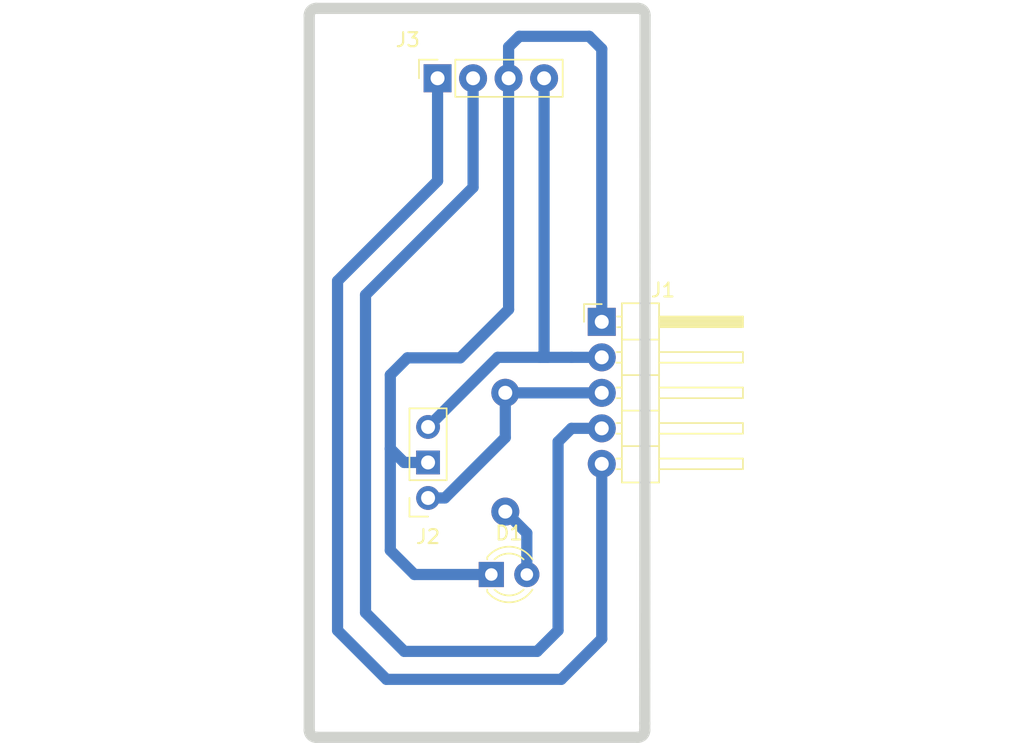
<source format=kicad_pcb>
(kicad_pcb (version 20240108) (generator "pcbnew") (generator_version "8.0")
  (layers (0 "F.Cu" signal) (31 "B.Cu" signal) (34 "B.Paste" user) (35 "F.Paste" user) (36 "B.SilkS" user "B.Silkscreen") (37 "F.SilkS" user "F.Silkscreen") (38 "B.Mask" user) (39 "F.Mask" user) (44 "Edge.Cuts" user))
  (net 0 "")
  (net 1 "/debug")
  (net 2 "/Ground")
  (net 3 "/3V")
  (net 4 "/dcf77Enable")
  (net 5 "/dcf77Data")
  (footprint "Connector_PinSocket_2.54mm:PinSocket_1x03_P2.54mm_Vertical" (layer "F.Cu") (at 108.975 83.025 180)
    (property "Reference" "J2" (at 0 -2.77 180) (layer "F.SilkS"))
    (property "Value" "extern power")
    (fp_line (start 1.33 1.27) (end 1.33 6.41) (stroke (width 0.12)) (layer "F.SilkS"))
    (fp_line (start 1.33 -1.33) (end 1.33 0) (stroke (width 0.12)) (layer "F.SilkS"))
    (fp_line (start 0 -1.33) (end 1.33 -1.33) (stroke (width 0.12)) (layer "F.SilkS"))
    (fp_line (start -1.33 6.41) (end 1.33 6.41) (stroke (width 0.12)) (layer "F.SilkS"))
    (fp_line (start -1.33 1.27) (end 1.33 1.27) (stroke (width 0.12)) (layer "F.SilkS"))
    (fp_line (start -1.33 1.27) (end -1.33 6.41) (stroke (width 0.12)) (layer "F.SilkS"))
    (pad "1" thru_hole circle (at 0 0 180) (size 1.7 1.7) (drill 1) (layers "*.Cu" "*.Mask") (net 1 "/debug"))
    (pad "2" thru_hole rect (at 0 2.54 180) (size 1.7 1.7) (drill 1) (layers "*.Cu" "*.Mask") (net 2 "/Ground"))
    (pad "3" thru_hole oval (at 0 5.08 180) (size 1.7 1.7) (drill 1) (layers "*.Cu" "*.Mask") (net 3 "/3V"))
  )
  (footprint "" (layer "F.Cu") (at 114.5 75.5 90)
    (property "Reference" "" (at 0 0 90) (layer "F.SilkS") (effects (font (size 1.27 1.27))))
    (property "Value" "")
    (pad "3" thru_hole oval (at 0 0 90) (size 2 2) (drill 1) (layers "*.Cu" "*.Mask") (net 1 "/debug"))
  )
  (footprint "Connector_PinSocket_2.54mm:PinSocket_1x04_P2.54mm_Vertical" (layer "F.Cu") (at 109.655 53 90)
    (property "Reference" "J3" (at 2.75 -2.13 0) (layer "F.SilkS"))
    (property "Value" "Connector to which the DCF77 gets solderd on")
    (fp_line (start 1.33 -1.33) (end 1.33 0) (stroke (width 0.12)) (layer "F.SilkS"))
    (fp_line (start 0 -1.33) (end 1.33 -1.33) (stroke (width 0.12)) (layer "F.SilkS"))
    (fp_line (start 1.33 1.27) (end 1.33 8.95) (stroke (width 0.12)) (layer "F.SilkS"))
    (fp_line (start -1.33 1.27) (end 1.33 1.27) (stroke (width 0.12)) (layer "F.SilkS"))
    (fp_line (start -1.33 1.27) (end -1.33 8.95) (stroke (width 0.12)) (layer "F.SilkS"))
    (fp_line (start -1.33 8.95) (end 1.33 8.95) (stroke (width 0.12)) (layer "F.SilkS"))
    (pad "1" thru_hole rect (at 0 0 90) (size 2 2) (drill 1) (layers "*.Cu" "*.Mask") (net 4 "/dcf77Enable"))
    (pad "2" thru_hole oval (at 0 2.54 90) (size 2 2) (drill 1) (layers "*.Cu" "*.Mask") (net 5 "/dcf77Data"))
    (pad "3" thru_hole oval (at 0 5.08 90) (size 2 2) (drill 1) (layers "*.Cu" "*.Mask") (net 2 "/Ground"))
    (pad "4" thru_hole oval (at 0 7.62 90) (size 2 2) (drill 1) (layers "*.Cu" "*.Mask") (net 3 "/3V"))
  )
  (footprint "LED_THT:LED_D3.0mm" (layer "F.Cu") (at 113.5 88.5)
    (property "Reference" "D1" (at 1.27 -2.96 0) (layer "F.SilkS"))
    (property "Value" "LED")
    (fp_line (start -0.29 -1.236) (end -0.29 -1.08) (stroke (width 0.12)) (layer "F.SilkS"))
    (fp_line (start -0.29 1.08) (end -0.29 1.236) (stroke (width 0.12)) (layer "F.SilkS"))
    (fp_arc (start -0.29 -1.235516) (mid 1.366487 -1.987659) (end 2.942335 -1.078608) (stroke (width 0.12)) (layer "F.SilkS"))
    (fp_arc (start 0.229039 -1.08) (mid 1.270117 -1.5) (end 2.31113 -1.079837) (stroke (width 0.12)) (layer "F.SilkS"))
    (fp_arc (start 2.31113 1.079837) (mid 1.270117 1.5) (end 0.229039 1.08) (stroke (width 0.12)) (layer "F.SilkS"))
    (fp_arc (start 2.942335 1.078608) (mid 1.366487 1.987659) (end -0.29 1.235516) (stroke (width 0.12)) (layer "F.SilkS"))
    (pad "1" thru_hole rect (at 0 0) (size 1.8 1.8) (drill 0.9) (layers "*.Cu" "*.Mask") (net 2 "/Ground"))
    (pad "2" thru_hole circle (at 2.54 0) (size 1.8 1.8) (drill 0.9) (layers "*.Cu" "*.Mask") (net 1 "/debug"))
  )
  (footprint "Connector_PinHeader_2.54mm:PinHeader_1x05_P2.54mm_Horizontal" (layer "F.Cu") (at 121.4 70.425)
    (property "Reference" "J1" (at 4.385 -2.27 0) (layer "F.SilkS"))
    (property "Value" "Connector to Mainboard")
    (fp_line (start -1.27 -1.27) (end 0 -1.27) (stroke (width 0.12)) (layer "F.SilkS"))
    (fp_line (start -1.27 0) (end -1.27 -1.27) (stroke (width 0.12)) (layer "F.SilkS"))
    (fp_line (start 1.042929 2.16) (end 1.44 2.16) (stroke (width 0.12)) (layer "F.SilkS"))
    (fp_line (start 1.042929 2.92) (end 1.44 2.92) (stroke (width 0.12)) (layer "F.SilkS"))
    (fp_line (start 1.042929 4.7) (end 1.44 4.7) (stroke (width 0.12)) (layer "F.SilkS"))
    (fp_line (start 1.042929 5.46) (end 1.44 5.46) (stroke (width 0.12)) (layer "F.SilkS"))
    (fp_line (start 1.042929 7.24) (end 1.44 7.24) (stroke (width 0.12)) (layer "F.SilkS"))
    (fp_line (start 1.042929 8) (end 1.44 8) (stroke (width 0.12)) (layer "F.SilkS"))
    (fp_line (start 1.042929 9.78) (end 1.44 9.78) (stroke (width 0.12)) (layer "F.SilkS"))
    (fp_line (start 1.042929 10.54) (end 1.44 10.54) (stroke (width 0.12)) (layer "F.SilkS"))
    (fp_line (start 1.11 -0.38) (end 1.44 -0.38) (stroke (width 0.12)) (layer "F.SilkS"))
    (fp_line (start 1.11 0.38) (end 1.44 0.38) (stroke (width 0.12)) (layer "F.SilkS"))
    (fp_line (start 1.44 -1.33) (end 1.44 11.49) (stroke (width 0.12)) (layer "F.SilkS"))
    (fp_line (start 1.44 1.27) (end 4.1 1.27) (stroke (width 0.12)) (layer "F.SilkS"))
    (fp_line (start 1.44 3.81) (end 4.1 3.81) (stroke (width 0.12)) (layer "F.SilkS"))
    (fp_line (start 1.44 6.35) (end 4.1 6.35) (stroke (width 0.12)) (layer "F.SilkS"))
    (fp_line (start 1.44 8.89) (end 4.1 8.89) (stroke (width 0.12)) (layer "F.SilkS"))
    (fp_line (start 1.44 11.49) (end 4.1 11.49) (stroke (width 0.12)) (layer "F.SilkS"))
    (fp_line (start 4.1 -1.33) (end 1.44 -1.33) (stroke (width 0.12)) (layer "F.SilkS"))
    (fp_line (start 4.1 -0.38) (end 10.1 -0.38) (stroke (width 0.12)) (layer "F.SilkS"))
    (fp_line (start 4.1 -0.32) (end 10.1 -0.32) (stroke (width 0.12)) (layer "F.SilkS"))
    (fp_line (start 4.1 -0.2) (end 10.1 -0.2) (stroke (width 0.12)) (layer "F.SilkS"))
    (fp_line (start 4.1 -0.08) (end 10.1 -0.08) (stroke (width 0.12)) (layer "F.SilkS"))
    (fp_line (start 4.1 0.04) (end 10.1 0.04) (stroke (width 0.12)) (layer "F.SilkS"))
    (fp_line (start 4.1 0.16) (end 10.1 0.16) (stroke (width 0.12)) (layer "F.SilkS"))
    (fp_line (start 4.1 0.28) (end 10.1 0.28) (stroke (width 0.12)) (layer "F.SilkS"))
    (fp_line (start 4.1 2.16) (end 10.1 2.16) (stroke (width 0.12)) (layer "F.SilkS"))
    (fp_line (start 4.1 4.7) (end 10.1 4.7) (stroke (width 0.12)) (layer "F.SilkS"))
    (fp_line (start 4.1 7.24) (end 10.1 7.24) (stroke (width 0.12)) (layer "F.SilkS"))
    (fp_line (start 4.1 9.78) (end 10.1 9.78) (stroke (width 0.12)) (layer "F.SilkS"))
    (fp_line (start 4.1 11.49) (end 4.1 -1.33) (stroke (width 0.12)) (layer "F.SilkS"))
    (fp_line (start 10.1 -0.38) (end 10.1 0.38) (stroke (width 0.12)) (layer "F.SilkS"))
    (fp_line (start 10.1 0.38) (end 4.1 0.38) (stroke (width 0.12)) (layer "F.SilkS"))
    (fp_line (start 10.1 2.16) (end 10.1 2.92) (stroke (width 0.12)) (layer "F.SilkS"))
    (fp_line (start 10.1 2.92) (end 4.1 2.92) (stroke (width 0.12)) (layer "F.SilkS"))
    (fp_line (start 10.1 4.7) (end 10.1 5.46) (stroke (width 0.12)) (layer "F.SilkS"))
    (fp_line (start 10.1 5.46) (end 4.1 5.46) (stroke (width 0.12)) (layer "F.SilkS"))
    (fp_line (start 10.1 7.24) (end 10.1 8) (stroke (width 0.12)) (layer "F.SilkS"))
    (fp_line (start 10.1 8) (end 4.1 8) (stroke (width 0.12)) (layer "F.SilkS"))
    (fp_line (start 10.1 9.78) (end 10.1 10.54) (stroke (width 0.12)) (layer "F.SilkS"))
    (fp_line (start 10.1 10.54) (end 4.1 10.54) (stroke (width 0.12)) (layer "F.SilkS"))
    (pad "1" thru_hole rect (at 0 0) (size 2 2) (drill 1) (layers "*.Cu" "*.Mask") (net 2 "/Ground"))
    (pad "2" thru_hole oval (at 0 2.54) (size 2 2) (drill 1) (layers "*.Cu" "*.Mask") (net 3 "/3V"))
    (pad "3" thru_hole oval (at 0 5.08) (size 2 2) (drill 1) (layers "*.Cu" "*.Mask") (net 1 "/debug"))
    (pad "4" thru_hole oval (at 0 7.62) (size 2 2) (drill 1) (layers "*.Cu" "*.Mask") (net 5 "/dcf77Data"))
    (pad "5" thru_hole oval (at 0 10.16) (size 2 2) (drill 1) (layers "*.Cu" "*.Mask") (net 4 "/dcf77Enable"))
  )
  (footprint "" (layer "F.Cu") (at 114.5 84 90)
    (property "Reference" "" (at 0 0 90) (layer "F.SilkS") (effects (font (size 1.27 1.27))))
    (property "Value" "")
    (pad "3" thru_hole oval (at 0 0 90) (size 2 2) (drill 1) (layers "*.Cu" "*.Mask") (net 1 "/debug"))
  )
  (gr_line (start 100.975 48) (end 124 48) (stroke (width 0.8)) (layer "Edge.Cuts"))
  (gr_arc (start 124 48) (mid 124.353553 48.146447) (end 124.5 48.500247) (stroke (width 0.8)) (layer "Edge.Cuts"))
  (gr_arc (start 100.475 48.5) (mid 100.621447 48.146447) (end 100.975 48) (stroke (width 0.8)) (layer "Edge.Cuts"))
  (gr_arc (start 124.475 99.6463) (mid 124.328537 99.99997) (end 123.967552 100.146445) (stroke (width 0.8)) (layer "Edge.Cuts"))
  (gr_line (start 124.5 48.500247) (end 124.475 99.146445) (stroke (width 0.8)) (layer "Edge.Cuts"))
  (gr_line (start 123.967552 100.146445) (end 100.975 100.146445) (stroke (width 0.8)) (layer "Edge.Cuts"))
  (gr_line (start 100.475 99.646445) (end 100.475 48.5) (stroke (width 0.8)) (layer "Edge.Cuts"))
  (gr_line (start 124.475 99.146445) (end 124.475 99.6463) (stroke (width 0.8)) (layer "Edge.Cuts"))
  (gr_arc (start 100.975 100.146445) (mid 100.621429 100.000003) (end 100.474998 99.646447) (stroke (width 0.8)) (layer "Edge.Cuts"))
  (segment (start 108.975 83.025) (end 110.177081 83.025) (width 0.8) (layer "B.Cu") (net 1))
  (segment (start 110.177081 83.025) (end 114.5 78.702081) (width 0.8) (layer "B.Cu") (net 1))
  (segment (start 114.5 78.702081) (end 114.5 75.5) (width 0.8) (layer "B.Cu") (net 1))
  (segment (start 121.4 75.505) (end 114.505 75.505) (width 0.8) (layer "B.Cu") (net 1))
  (segment (start 116.04 85.54) (end 116.04 88.5) (width 0.8) (layer "B.Cu") (net 1))
  (segment (start 114.5 84) (end 116.04 85.54) (width 0.8) (layer "B.Cu") (net 1))
  (segment (start 114.505 75.505) (end 114.5 75.5) (width 0.8) (layer "B.Cu") (net 1))
  (segment (start 107.26 80.485) (end 108.975 80.485) (width 0.8) (layer "B.Cu") (net 2))
  (segment (start 106.275 79.5) (end 106.275 86.775) (width 0.8) (layer "B.Cu") (net 2))
  (segment (start 108 88.5) (end 113.5 88.5) (width 0.8) (layer "B.Cu") (net 2))
  (segment (start 106.275 79.5) (end 106.275 74.225) (width 0.8) (layer "B.Cu") (net 2))
  (segment (start 107.5 73) (end 111.275 73) (width 0.8) (layer "B.Cu") (net 2))
  (segment (start 106.275 86.775) (end 108 88.5) (width 0.8) (layer "B.Cu") (net 2))
  (segment (start 121.4 50.9) (end 120.5 50) (width 0.8) (layer "B.Cu") (net 2))
  (segment (start 120.5 50) (end 115.5 50) (width 0.8) (layer "B.Cu") (net 2))
  (segment (start 106.275 79.5) (end 107.26 80.485) (width 0.8) (layer "B.Cu") (net 2))
  (segment (start 121.4 70.425) (end 121.4 50.9) (width 0.8) (layer "B.Cu") (net 2))
  (segment (start 115.5 50) (end 114.735 50.765) (width 0.8) (layer "B.Cu") (net 2))
  (segment (start 106.275 74.225) (end 107.5 73) (width 0.8) (layer "B.Cu") (net 2))
  (segment (start 114.735 69.54) (end 114.735 53) (width 0.8) (layer "B.Cu") (net 2))
  (segment (start 111.275 73) (end 114.735 69.54) (width 0.8) (layer "B.Cu") (net 2))
  (segment (start 114.735 50.765) (end 114.735 53) (width 0.8) (layer "B.Cu") (net 2))
  (segment (start 113.955 72.965) (end 117.5 72.965) (width 0.8) (layer "B.Cu") (net 3))
  (segment (start 108.975 77.945) (end 113.955 72.965) (width 0.8) (layer "B.Cu") (net 3))
  (segment (start 117.5 72.965) (end 117 72.965) (width 0.8) (layer "B.Cu") (net 3))
  (segment (start 117 72.965) (end 117.275 72.69) (width 0.8) (layer "B.Cu") (net 3))
  (segment (start 121.4 72.965) (end 119.24 72.965) (width 0.8) (layer "B.Cu") (net 3))
  (segment (start 121.4 72.965) (end 121.365 73) (width 0.8) (layer "B.Cu") (net 3))
  (segment (start 117.275 72.69) (end 117.275 53) (width 0.8) (layer "B.Cu") (net 3))
  (segment (start 117.5 72.965) (end 119.24 72.965) (width 0.8) (layer "B.Cu") (net 3))
  (segment (start 102.5 92.5) (end 106 96) (width 0.8) (layer "B.Cu") (net 4))
  (segment (start 109.655 60.345) (end 102.5 67.5) (width 0.8) (layer "B.Cu") (net 4))
  (segment (start 118.5 96) (end 121.4 93.1) (width 0.8) (layer "B.Cu") (net 4))
  (segment (start 121.4 93.1) (end 121.4 80.585) (width 0.8) (layer "B.Cu") (net 4))
  (segment (start 109.655 53) (end 109.655 60.345) (width 0.8) (layer "B.Cu") (net 4))
  (segment (start 102.5 67.5) (end 102.5 92.5) (width 0.8) (layer "B.Cu") (net 4))
  (segment (start 106 96) (end 118.5 96) (width 0.8) (layer "B.Cu") (net 4))
  (segment (start 116.775 94) (end 107.275 94) (width 0.8) (layer "B.Cu") (net 5))
  (segment (start 118.275 79) (end 118.275 92.5) (width 0.8) (layer "B.Cu") (net 5))
  (segment (start 104.5 91.225) (end 104.5 68.5) (width 0.8) (layer "B.Cu") (net 5))
  (segment (start 107.275 94) (end 104.5 91.225) (width 0.8) (layer "B.Cu") (net 5))
  (segment (start 118.275 92.5) (end 116.775 94) (width 0.8) (layer "B.Cu") (net 5))
  (segment (start 112.195 60.805) (end 112.195 53) (width 0.8) (layer "B.Cu") (net 5))
  (segment (start 104.5 68.5) (end 112.195 60.805) (width 0.8) (layer "B.Cu") (net 5))
  (segment (start 119.23 78.045) (end 118.275 79) (width 0.8) (layer "B.Cu") (net 5))
  (segment (start 121.4 78.045) (end 119.23 78.045) (width 0.8) (layer "B.Cu") (net 5))
)
</source>
